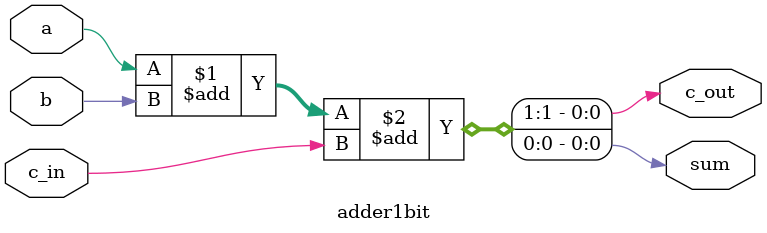
<source format=v>
`timescale 1ns / 1ps


module adder1bit(
    input a,
    input b,
    input c_in,
    output sum,
    output c_out
    );
    assign {c_out, sum}= a+b+c_in;
endmodule

</source>
